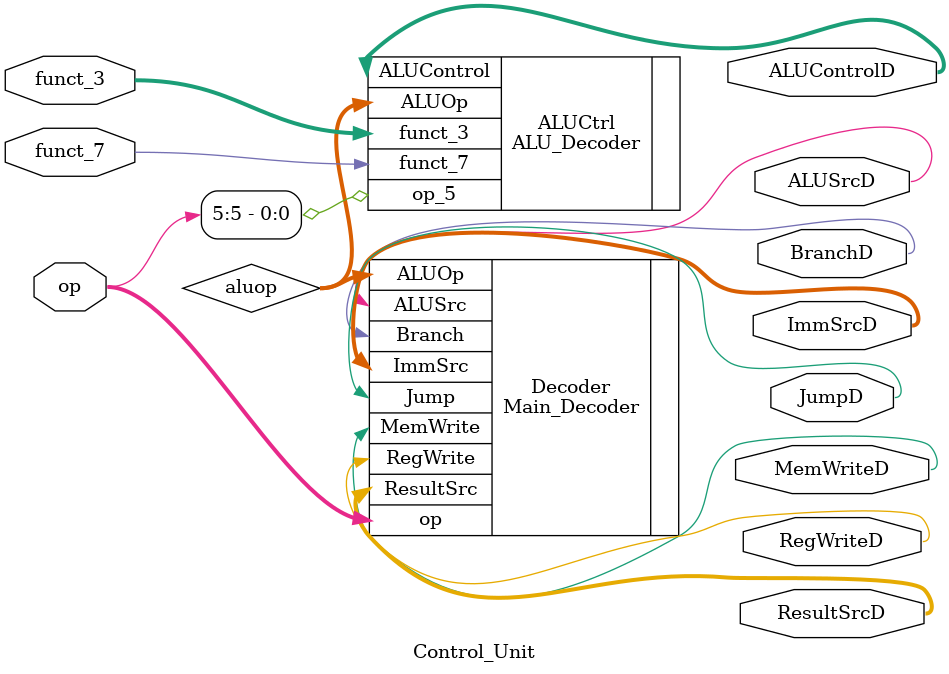
<source format=v>
module Control_Unit (
    input wire funct_7,
    input wire [2:0] funct_3,
    input wire [6:0] op,
    //input wire ZeroE,
    output wire BranchD,
    output wire [1:0] ResultSrcD,
    output wire MemWriteD,
    output wire ALUSrcD,
    output wire [1:0] ImmSrcD,
    output wire JumpD,
    output wire RegWriteD,
    //output wire pcsrcE,
    output wire [2:0] ALUControlD
    );

wire [1:0] aluop;
   Main_Decoder Decoder  (   
    .op(op),
    .ALUOp(aluop),
    .Branch(BranchD),
    .ResultSrc(ResultSrcD),
    .MemWrite(MemWriteD),
    .ALUSrc(ALUSrcD),
    .ImmSrc(ImmSrcD),
    .Jump(JumpD),
    .RegWrite(RegWriteD)
    );

////////////                      
ALU_Decoder ALUCtrl  (  
    .funct_7(funct_7),
    .op_5(op[5]),
    .funct_3(funct_3),
    .ALUOp(aluop),
    .ALUControl(ALUControlD)
    );

    //assign pcsrcE = (BranchD & ZeroE) | JumpD;

endmodule
</source>
